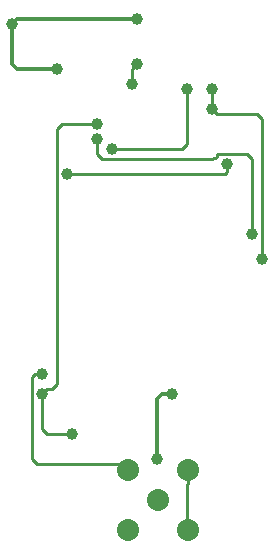
<source format=gbr>
G04 Generated by Ultiboard 13.0 *
%FSLAX24Y24*%
%MOIN*%

%ADD10C,0.0001*%
%ADD11C,0.0120*%
%ADD12C,0.0100*%
%ADD13C,0.0735*%
%ADD14C,0.0394*%


G04 ColorRGB 0000FF for the following layer *
%LNCopper Bottom*%
%LPD*%
G54D10*
G54D11*
X-25250Y22750D02*
X-26583Y22750D01*
X-26750Y22917D01*
X-26750Y24250D01*
X-21417Y11917D02*
X-21750Y11917D01*
X-21917Y11750D01*
X-21917Y9750D01*
X-22583Y24417D02*
X-26583Y24417D01*
X-26750Y24250D01*
G54D12*
X-20083Y21417D02*
X-20083Y22083D01*
X-22900Y9400D02*
X-23083Y9583D01*
X-25917Y9583D01*
X-26083Y9750D01*
X-26083Y12500D01*
X-26000Y12583D01*
X-25750Y12583D01*
X-20917Y22083D02*
X-20917Y20250D01*
X-21083Y20083D01*
X-23417Y20083D01*
X-20900Y9400D02*
X-20900Y8933D01*
X-20917Y8917D01*
X-20917Y7750D01*
X-20900Y7733D01*
X-20900Y7400D01*
X-22583Y22917D02*
X-22750Y22750D01*
X-22750Y22250D01*
X-18417Y16417D02*
X-18417Y21083D01*
X-18583Y21250D01*
X-19917Y21250D01*
X-20083Y21417D01*
X-24750Y10583D02*
X-25583Y10583D01*
X-25750Y10750D01*
X-25750Y11917D01*
X-18750Y17250D02*
X-18750Y19750D01*
X-18917Y19917D01*
X-19833Y19917D01*
X-19917Y19917D01*
X-19917Y19833D01*
X-20083Y19750D01*
X-23750Y19750D01*
X-23917Y19917D01*
X-23917Y20417D01*
X-19583Y19583D02*
X-19583Y19333D01*
X-19667Y19250D01*
X-24917Y19250D01*
X-23917Y20917D02*
X-25083Y20917D01*
X-25250Y20750D01*
X-25250Y12250D01*
X-25417Y12083D01*
X-25583Y12083D01*
X-25750Y11917D01*
G54D13*
X-21900Y8400D03*
X-20900Y9400D03*
X-22900Y9400D03*
X-20900Y7400D03*
X-22900Y7400D03*
G54D14*
X-25750Y12583D03*
X-22583Y22917D03*
X-22750Y22250D03*
X-20917Y22083D03*
X-23417Y20083D03*
X-18750Y17250D03*
X-23917Y20417D03*
X-22583Y24417D03*
X-25250Y22750D03*
X-26750Y24250D03*
X-21417Y11917D03*
X-21917Y9750D03*
X-23917Y20917D03*
X-24750Y10583D03*
X-25750Y11917D03*
X-18417Y16417D03*
X-20083Y21417D03*
X-20083Y22083D03*
X-19583Y19583D03*
X-24917Y19250D03*

M02*

</source>
